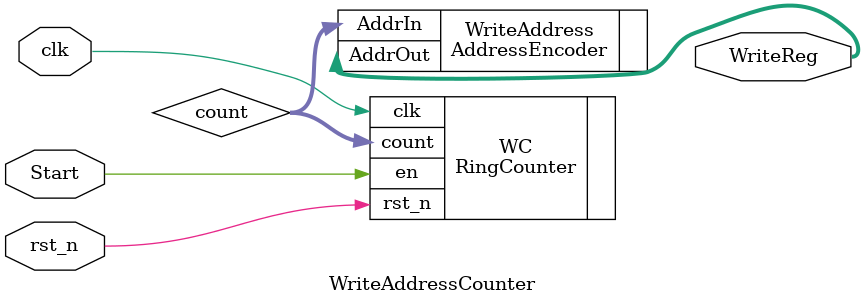
<source format=v>
`timescale 1ns / 1ps


module WriteAddressCounter(Start, clk, rst_n, WriteReg);

    input Start, clk, rst_n;
    output [3:0] WriteReg;
    
    wire [14:0] count;
    
    RingCounter WC(.en(Start), .clk(clk), .rst_n(rst_n), .count(count));
    AddressEncoder WriteAddress (.AddrIn(count), .AddrOut(WriteReg));
endmodule

</source>
